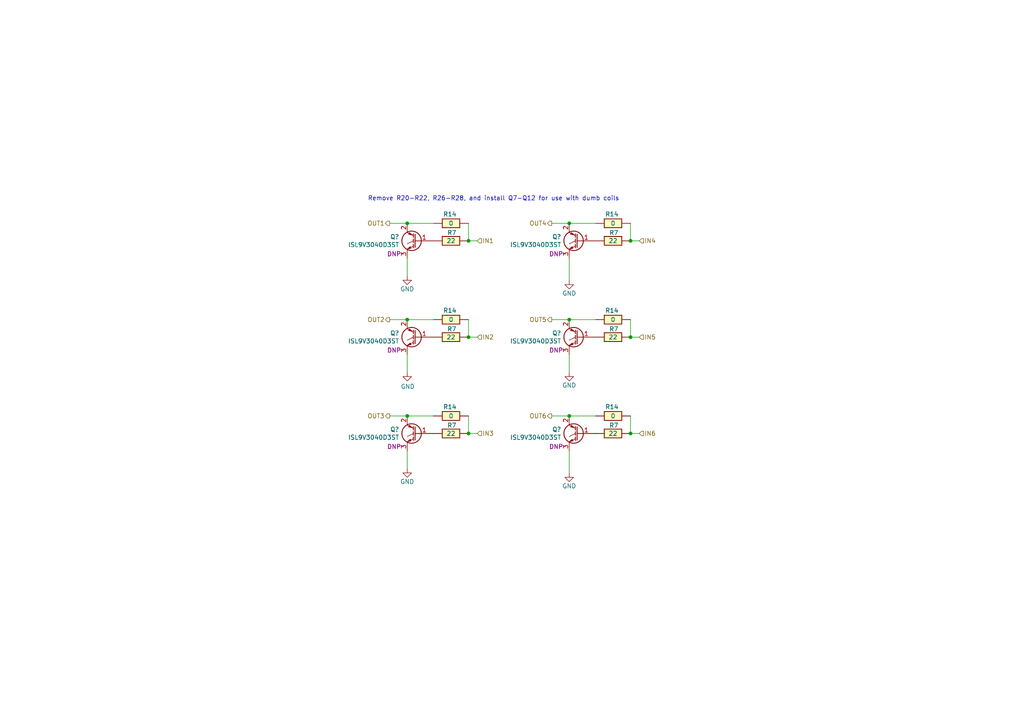
<source format=kicad_sch>
(kicad_sch (version 20230121) (generator eeschema)
  (paper "A4")
  (title_block (title "UAEFI Ignition") (date "2023-11-01") (rev "B") (company "rusefi.com"))
  (lib_symbols
    (symbol "Device:Q_NIGBT_GCE" (pin_names (offset 0) hide)
      (property "Reference" "Q" (at 5.08 1.27 0))
      (property "Value" "Q_NIGBT_GCE" (at 5.08 -1.27 0))
      (symbol "Q_NIGBT_GCE_0_1"
        (polyline (pts (xy 0.762 -1.016) (xy 0.762 -2.032)) (stroke (width 0.254)))
        (polyline (pts (xy 0.762 0.508) (xy 0.762 -0.508)) (stroke (width 0.254)))
        (polyline (pts (xy 0.762 2.032) (xy 0.762 1.016)) (stroke (width 0.254)))
        (polyline (pts (xy 2.54 -2.413) (xy 0.762 -1.524)))
        (polyline (pts (xy 2.54 -0.889) (xy 0.762 0)))
        (polyline (pts (xy 2.54 2.413) (xy 0.762 1.524)))
        (polyline (pts (xy 0.254 1.905) (xy 0.254 -1.905) (xy 0.254 -1.905)) (stroke (width 0.254)))
        (polyline (pts (xy 1.397 -2.159) (xy 1.651 -1.651) (xy 2.54 -2.413) (xy 1.397 -2.159)) (fill (type outline)))
        (polyline (pts (xy 2.159 1.905) (xy 1.905 2.413) (xy 1.016 1.651) (xy 2.159 1.905)) (fill (type outline)))
        (circle (center 1.27 0) (radius 2.8194) (stroke (width 0.254)))
      )
      (symbol "Q_NIGBT_GCE_1_1"
        (pin input line (at -5.08 0 0) (length 5.334) (name "G") (number "1"))
        (pin passive line (at 2.54 5.08 270) (length 2.54) (name "C") (number "2"))
        (pin passive line (at 2.54 -5.08 90) (length 2.54) (name "E") (number "3"))
      )
    )
    (symbol "hellen-one-common:Res" (pin_numbers hide)
      (property "Reference" "R" (at 3.81 2.54 0))
      (property "Value" "Res" (at 5.08 -2.54 0))
      (symbol "Res_1_0"
        (rectangle (start 2.54 -1.27) (end 7.62 1.27) (stroke (width 0.254)) (fill (type background)))
        (pin passive line (at 0 0 0) (length 2.54) (name "") (number "1"))
        (pin passive line (at 10.16 0 180) (length 2.54) (name "") (number "2"))
      )
    )
    (symbol "power:GND" (power) (pin_names (offset 0))
      (property "Value" "GND" (at 0 -3.81 0))
      (symbol "GND_0_1"
        (polyline (pts (xy 0 0) (xy 0 -1.27) (xy 1.27 -1.27) (xy 0 -2.54) (xy -1.27 -1.27) (xy 0 -1.27)))
      )
      (symbol "GND_1_1"
        (pin power_in line (at 0 0 270) (length 0) hide (name "GND") (number "1"))
      )
    )
  )
  (junction (at 118.11 64.77))
  (junction (at 118.11 120.65))
  (junction (at 135.89 69.85))
  (junction (at 118.11 92.71))
  (junction (at 135.89 97.79))
  (junction (at 182.88 125.73))
  (junction (at 182.88 97.79))
  (junction (at 165.1 64.77))
  (junction (at 182.88 69.85))
  (junction (at 165.1 120.65))
  (junction (at 165.1 92.71))
  (junction (at 135.89 125.73))
  (wire (pts (xy 182.88 64.77) (xy 182.88 69.85)))
  (wire (pts (xy 160.02 64.77) (xy 165.1 64.77)))
  (wire (pts (xy 118.11 102.87) (xy 118.11 107.95)))
  (wire (pts (xy 113.03 120.65) (xy 118.11 120.65)))
  (wire (pts (xy 118.11 74.93) (xy 118.11 80.01)))
  (wire (pts (xy 165.1 130.81) (xy 165.1 137.16)))
  (wire (pts (xy 160.02 92.71) (xy 165.1 92.71)))
  (wire (pts (xy 165.1 74.93) (xy 165.1 81.28)))
  (wire (pts (xy 165.1 102.87) (xy 165.1 107.95)))
  (wire (pts (xy 135.89 92.71) (xy 135.89 97.79)))
  (wire (pts (xy 182.88 97.79) (xy 185.42 97.79)))
  (wire (pts (xy 135.89 69.85) (xy 138.43 69.85)))
  (wire (pts (xy 165.1 64.77) (xy 172.72 64.77)))
  (wire (pts (xy 135.89 120.65) (xy 135.89 125.73)))
  (wire (pts (xy 165.1 120.65) (xy 172.72 120.65)))
  (wire (pts (xy 118.11 120.65) (xy 125.73 120.65)))
  (wire (pts (xy 113.03 64.77) (xy 118.11 64.77)))
  (wire (pts (xy 118.11 92.71) (xy 125.73 92.71)))
  (wire (pts (xy 165.1 92.71) (xy 172.72 92.71)))
  (wire (pts (xy 160.02 120.65) (xy 165.1 120.65)))
  (wire (pts (xy 182.88 125.73) (xy 185.42 125.73)))
  (wire (pts (xy 182.88 92.71) (xy 182.88 97.79)))
  (wire (pts (xy 182.88 120.65) (xy 182.88 125.73)))
  (wire (pts (xy 135.89 97.79) (xy 138.43 97.79)))
  (wire (pts (xy 135.89 125.73) (xy 138.43 125.73)))
  (wire (pts (xy 118.11 130.81) (xy 118.11 135.89)))
  (wire (pts (xy 118.11 64.77) (xy 125.73 64.77)))
  (wire (pts (xy 113.03 92.71) (xy 118.11 92.71)))
  (wire (pts (xy 182.88 69.85) (xy 185.42 69.85)))
  (wire (pts (xy 135.89 64.77) (xy 135.89 69.85)))
  (text "Remove R20-R22, R26-R28, and install Q7-Q12 for use with dumb coils" (at 106.68 58.42 0) (effects (font (size 1.27 1.27)) (justify left bottom)))
  (hierarchical_label "IN5" (shape input) (at 185.42 97.79 0))
  (hierarchical_label "OUT1" (shape output) (at 113.03 64.77 180))
  (hierarchical_label "OUT3" (shape output) (at 113.03 120.65 180))
  (hierarchical_label "IN2" (shape input) (at 138.43 97.79 0))
  (hierarchical_label "IN6" (shape input) (at 185.42 125.73 0))
  (hierarchical_label "OUT6" (shape output) (at 160.02 120.65 180))
  (hierarchical_label "OUT5" (shape output) (at 160.02 92.71 180))
  (hierarchical_label "OUT2" (shape output) (at 113.03 92.71 180))
  (hierarchical_label "IN3" (shape input) (at 138.43 125.73 0))
  (hierarchical_label "IN1" (shape input) (at 138.43 69.85 0))
  (hierarchical_label "OUT4" (shape output) (at 160.02 64.77 180))
  (hierarchical_label "IN4" (shape input) (at 185.42 69.85 0))
  (symbol (lib_id "Device:Q_NIGBT_GCE") (at 120.65 125.73 0) (mirror y) (unit 1)
    (property "Reference" "Q?" (at 115.7986 124.5616 0) (effects (justify left)))
    (property "Value" "ISL9V3040D3ST" (at 115.7986 126.873 0) (effects (justify left)))
    (property "Footprint" "Package_TO_SOT_SMD:TO-252-2" (effects hide))
    (property "MyComment" "DNP" (at 114.3 129.54 0))
    (instances (project "hellen-hyundai-pb-154" (path "" (reference "Q?") (unit 1)) (path "" (reference "Q?") (unit 1))) (project "DUMB_COILS4" (path "" (reference "Q?") (unit 1))) (project "uaefi" (path "" (reference "Q1") (unit 1)) (path "" (reference "Q9") (unit 1))) (project "ign_quad" (path "" (reference "Q?") (unit 1))))
  )
  (symbol (lib_id "hellen-one-common:Res") (at 182.88 92.71 0) (mirror y) (unit 1)
    (property "Reference" "R14" (at 177.4796 90.0653 0))
    (property "Value" "0" (at 177.8 92.71 0))
    (property "Footprint" "Resistor_SMD:R_2512_6332Metric" (effects hide))
    (property "LCSC" "C25469" (effects hide))
    (instances (project "proteus81harley" (path "" (reference "R14") (unit 1))) (project "uaefi" (path "" (reference "R27") (unit 1))))
  )
  (symbol (lib_id "hellen-one-common:Res") (at 125.73 69.85 0) (mirror x) (unit 1)
    (property "Reference" "R7" (at 131.052 67.5018 0))
    (property "Value" "22" (at 130.81 69.85 0))
    (property "Footprint" "hellen-one-common:R0603" (effects hide))
    (property "LCSC" "C23345" (effects hide))
    (instances (project "proteus81harley" (path "" (reference "R7") (unit 1))) (project "uaefi" (path "" (reference "R17") (unit 1))))
  )
  (symbol (lib_id "hellen-one-common:Res") (at 182.88 64.77 0) (mirror y) (unit 1)
    (property "Reference" "R14" (at 177.4796 62.1253 0))
    (property "Value" "0" (at 177.8 64.77 0))
    (property "Footprint" "Resistor_SMD:R_2512_6332Metric" (effects hide))
    (property "LCSC" "C25469" (effects hide))
    (instances (project "proteus81harley" (path "" (reference "R14") (unit 1))) (project "uaefi" (path "" (reference "R26") (unit 1))))
  )
  (symbol (lib_id "hellen-one-common:Res") (at 172.72 125.73 0) (mirror x) (unit 1)
    (property "Reference" "R7" (at 178.042 123.3818 0))
    (property "Value" "22" (at 177.8 125.73 0))
    (property "Footprint" "hellen-one-common:R0603" (effects hide))
    (property "LCSC" "C23345" (effects hide))
    (instances (project "proteus81harley" (path "" (reference "R7") (unit 1))) (project "uaefi" (path "" (reference "R25") (unit 1))))
  )
  (symbol (lib_id "hellen-one-common:Res") (at 125.73 97.79 0) (mirror x) (unit 1)
    (property "Reference" "R7" (at 131.052 95.4418 0))
    (property "Value" "22" (at 130.81 97.79 0))
    (property "Footprint" "hellen-one-common:R0603" (effects hide))
    (property "LCSC" "C23345" (effects hide))
    (instances (project "proteus81harley" (path "" (reference "R7") (unit 1))) (project "uaefi" (path "" (reference "R18") (unit 1))))
  )
  (symbol (lib_id "power:GND") (at 118.11 135.89 0) (unit 1)
    (property "Reference" "#PWR?" (effects hide))
    (property "Value" "GND" (at 118.11 139.7 0))
    (instances (project "hellen-hyundai-pb-154" (path "" (reference "#PWR?") (unit 1)) (path "" (reference "#PWR?") (unit 1))) (project "DUMB_COILS4" (path "" (reference "#PWR?") (unit 1))) (project "uaefi" (path "" (reference "#PWR020") (unit 1)) (path "" (reference "#PWR0101") (unit 1))) (project "ign_quad" (path "" (reference "#PWR?") (unit 1))))
  )
  (symbol (lib_id "hellen-one-common:Res") (at 135.89 64.77 0) (mirror y) (unit 1)
    (property "Reference" "R14" (at 130.4896 62.1253 0))
    (property "Value" "0" (at 130.81 64.77 0))
    (property "Footprint" "Resistor_SMD:R_2512_6332Metric" (effects hide))
    (property "LCSC" "C25469" (effects hide))
    (instances (project "proteus81harley" (path "" (reference "R14") (unit 1))) (project "uaefi" (path "" (reference "R20") (unit 1))))
  )
  (symbol (lib_id "Device:Q_NIGBT_GCE") (at 120.65 69.85 0) (mirror y) (unit 1)
    (property "Reference" "Q?" (at 115.7986 68.6816 0) (effects (justify left)))
    (property "Value" "ISL9V3040D3ST" (at 115.7986 70.993 0) (effects (justify left)))
    (property "Footprint" "Package_TO_SOT_SMD:TO-252-2" (effects hide))
    (property "MyComment" "DNP" (at 114.3 73.66 0))
    (instances (project "hellen-hyundai-pb-154" (path "" (reference "Q?") (unit 1)) (path "" (reference "Q?") (unit 1))) (project "DUMB_COILS4" (path "" (reference "Q?") (unit 1))) (project "uaefi" (path "" (reference "Q1") (unit 1)) (path "" (reference "Q7") (unit 1))) (project "ign_quad" (path "" (reference "Q?") (unit 1))))
  )
  (symbol (lib_id "power:GND") (at 165.1 137.16 0) (unit 1)
    (property "Reference" "#PWR?" (effects hide))
    (property "Value" "GND" (at 165.1 140.97 0))
    (instances (project "hellen-hyundai-pb-154" (path "" (reference "#PWR?") (unit 1)) (path "" (reference "#PWR?") (unit 1))) (project "DUMB_COILS4" (path "" (reference "#PWR?") (unit 1))) (project "uaefi" (path "" (reference "#PWR021") (unit 1)) (path "" (reference "#PWR0104") (unit 1))) (project "ign_quad" (path "" (reference "#PWR?") (unit 1))))
  )
  (symbol (lib_id "hellen-one-common:Res") (at 125.73 125.73 0) (mirror x) (unit 1)
    (property "Reference" "R7" (at 131.052 123.3818 0))
    (property "Value" "22" (at 130.81 125.73 0))
    (property "Footprint" "hellen-one-common:R0603" (effects hide))
    (property "LCSC" "C23345" (effects hide))
    (instances (project "proteus81harley" (path "" (reference "R7") (unit 1))) (project "uaefi" (path "" (reference "R19") (unit 1))))
  )
  (symbol (lib_id "Device:Q_NIGBT_GCE") (at 120.65 97.79 0) (mirror y) (unit 1)
    (property "Reference" "Q?" (at 115.7986 96.6216 0) (effects (justify left)))
    (property "Value" "ISL9V3040D3ST" (at 115.7986 98.933 0) (effects (justify left)))
    (property "Footprint" "Package_TO_SOT_SMD:TO-252-2" (effects hide))
    (property "MyComment" "DNP" (at 114.3 101.6 0))
    (instances (project "hellen-hyundai-pb-154" (path "" (reference "Q?") (unit 1)) (path "" (reference "Q?") (unit 1))) (project "DUMB_COILS4" (path "" (reference "Q?") (unit 1))) (project "uaefi" (path "" (reference "Q1") (unit 1)) (path "" (reference "Q8") (unit 1))) (project "ign_quad" (path "" (reference "Q?") (unit 1))))
  )
  (symbol (lib_id "power:GND") (at 118.11 80.01 0) (unit 1)
    (property "Reference" "#PWR?" (effects hide))
    (property "Value" "GND" (at 118.11 83.82 0))
    (instances (project "hellen-hyundai-pb-154" (path "" (reference "#PWR?") (unit 1)) (path "" (reference "#PWR?") (unit 1))) (project "DUMB_COILS4" (path "" (reference "#PWR?") (unit 1))) (project "uaefi" (path "" (reference "#PWR018") (unit 1)) (path "" (reference "#PWR099") (unit 1))) (project "ign_quad" (path "" (reference "#PWR?") (unit 1))))
  )
  (symbol (lib_id "Device:Q_NIGBT_GCE") (at 167.64 69.85 0) (mirror y) (unit 1)
    (property "Reference" "Q?" (at 162.7886 68.6816 0) (effects (justify left)))
    (property "Value" "ISL9V3040D3ST" (at 162.7886 70.993 0) (effects (justify left)))
    (property "Footprint" "Package_TO_SOT_SMD:TO-252-2" (effects hide))
    (property "MyComment" "DNP" (at 161.29 73.66 0))
    (instances (project "hellen-hyundai-pb-154" (path "" (reference "Q?") (unit 1)) (path "" (reference "Q?") (unit 1))) (project "DUMB_COILS4" (path "" (reference "Q?") (unit 1))) (project "uaefi" (path "" (reference "Q1") (unit 1)) (path "" (reference "Q10") (unit 1))) (project "ign_quad" (path "" (reference "Q?") (unit 1))))
  )
  (symbol (lib_id "hellen-one-common:Res") (at 172.72 97.79 0) (mirror x) (unit 1)
    (property "Reference" "R7" (at 178.042 95.4418 0))
    (property "Value" "22" (at 177.8 97.79 0))
    (property "Footprint" "hellen-one-common:R0603" (effects hide))
    (property "LCSC" "C23345" (effects hide))
    (instances (project "proteus81harley" (path "" (reference "R7") (unit 1))) (project "uaefi" (path "" (reference "R24") (unit 1))))
  )
  (symbol (lib_id "Device:Q_NIGBT_GCE") (at 167.64 125.73 0) (mirror y) (unit 1)
    (property "Reference" "Q?" (at 162.7886 124.5616 0) (effects (justify left)))
    (property "Value" "ISL9V3040D3ST" (at 162.7886 126.873 0) (effects (justify left)))
    (property "Footprint" "Package_TO_SOT_SMD:TO-252-2" (effects hide))
    (property "MyComment" "DNP" (at 161.29 129.54 0))
    (instances (project "hellen-hyundai-pb-154" (path "" (reference "Q?") (unit 1)) (path "" (reference "Q?") (unit 1))) (project "DUMB_COILS4" (path "" (reference "Q?") (unit 1))) (project "uaefi" (path "" (reference "Q1") (unit 1)) (path "" (reference "Q12") (unit 1))) (project "ign_quad" (path "" (reference "Q?") (unit 1))))
  )
  (symbol (lib_id "hellen-one-common:Res") (at 182.88 120.65 0) (mirror y) (unit 1)
    (property "Reference" "R14" (at 177.4796 118.0053 0))
    (property "Value" "0" (at 177.8 120.65 0))
    (property "Footprint" "Resistor_SMD:R_2512_6332Metric" (effects hide))
    (property "LCSC" "C25469" (effects hide))
    (instances (project "proteus81harley" (path "" (reference "R14") (unit 1))) (project "uaefi" (path "" (reference "R28") (unit 1))))
  )
  (symbol (lib_id "power:GND") (at 165.1 81.28 0) (unit 1)
    (property "Reference" "#PWR?" (effects hide))
    (property "Value" "GND" (at 165.1 85.09 0))
    (instances (project "hellen-hyundai-pb-154" (path "" (reference "#PWR?") (unit 1)) (path "" (reference "#PWR?") (unit 1))) (project "DUMB_COILS4" (path "" (reference "#PWR?") (unit 1))) (project "uaefi" (path "" (reference "#PWR021") (unit 1)) (path "" (reference "#PWR0102") (unit 1))) (project "ign_quad" (path "" (reference "#PWR?") (unit 1))))
  )
  (symbol (lib_id "hellen-one-common:Res") (at 135.89 92.71 0) (mirror y) (unit 1)
    (property "Reference" "R14" (at 130.4896 90.0653 0))
    (property "Value" "0" (at 130.81 92.71 0))
    (property "Footprint" "Resistor_SMD:R_2512_6332Metric" (effects hide))
    (property "LCSC" "C25469" (effects hide))
    (instances (project "proteus81harley" (path "" (reference "R14") (unit 1))) (project "uaefi" (path "" (reference "R21") (unit 1))))
  )
  (symbol (lib_id "hellen-one-common:Res") (at 172.72 69.85 0) (mirror x) (unit 1)
    (property "Reference" "R7" (at 178.042 67.5018 0))
    (property "Value" "22" (at 177.8 69.85 0))
    (property "Footprint" "hellen-one-common:R0603" (effects hide))
    (property "LCSC" "C23345" (effects hide))
    (instances (project "proteus81harley" (path "" (reference "R7") (unit 1))) (project "uaefi" (path "" (reference "R23") (unit 1))))
  )
  (symbol (lib_id "power:GND") (at 165.1 107.95 0) (unit 1)
    (property "Reference" "#PWR?" (effects hide))
    (property "Value" "GND" (at 165.1 111.76 0))
    (instances (project "hellen-hyundai-pb-154" (path "" (reference "#PWR?") (unit 1)) (path "" (reference "#PWR?") (unit 1))) (project "DUMB_COILS4" (path "" (reference "#PWR?") (unit 1))) (project "uaefi" (path "" (reference "#PWR020") (unit 1)) (path "" (reference "#PWR0103") (unit 1))) (project "ign_quad" (path "" (reference "#PWR?") (unit 1))))
  )
  (symbol (lib_id "power:GND") (at 118.11 107.95 0) (unit 1)
    (property "Reference" "#PWR?" (effects hide))
    (property "Value" "GND" (at 118.2594 112.121 0))
    (instances (project "hellen-hyundai-pb-154" (path "" (reference "#PWR?") (unit 1)) (path "" (reference "#PWR?") (unit 1))) (project "DUMB_COILS4" (path "" (reference "#PWR?") (unit 1))) (project "uaefi" (path "" (reference "#PWR019") (unit 1)) (path "" (reference "#PWR0100") (unit 1))) (project "ign_quad" (path "" (reference "#PWR?") (unit 1))))
  )
  (symbol (lib_id "hellen-one-common:Res") (at 135.89 120.65 0) (mirror y) (unit 1)
    (property "Reference" "R14" (at 130.4896 118.0053 0))
    (property "Value" "0" (at 130.81 120.65 0))
    (property "Footprint" "Resistor_SMD:R_2512_6332Metric" (effects hide))
    (property "LCSC" "C25469" (effects hide))
    (instances (project "proteus81harley" (path "" (reference "R14") (unit 1))) (project "uaefi" (path "" (reference "R22") (unit 1))))
  )
  (symbol (lib_id "Device:Q_NIGBT_GCE") (at 167.64 97.79 0) (mirror y) (unit 1)
    (property "Reference" "Q?" (at 162.7886 96.6216 0) (effects (justify left)))
    (property "Value" "ISL9V3040D3ST" (at 162.7886 98.933 0) (effects (justify left)))
    (property "Footprint" "Package_TO_SOT_SMD:TO-252-2" (effects hide))
    (property "MyComment" "DNP" (at 161.29 101.6 0))
    (instances (project "hellen-hyundai-pb-154" (path "" (reference "Q?") (unit 1)) (path "" (reference "Q?") (unit 1))) (project "DUMB_COILS4" (path "" (reference "Q?") (unit 1))) (project "uaefi" (path "" (reference "Q1") (unit 1)) (path "" (reference "Q11") (unit 1))) (project "ign_quad" (path "" (reference "Q?") (unit 1))))
  )
)
</source>
